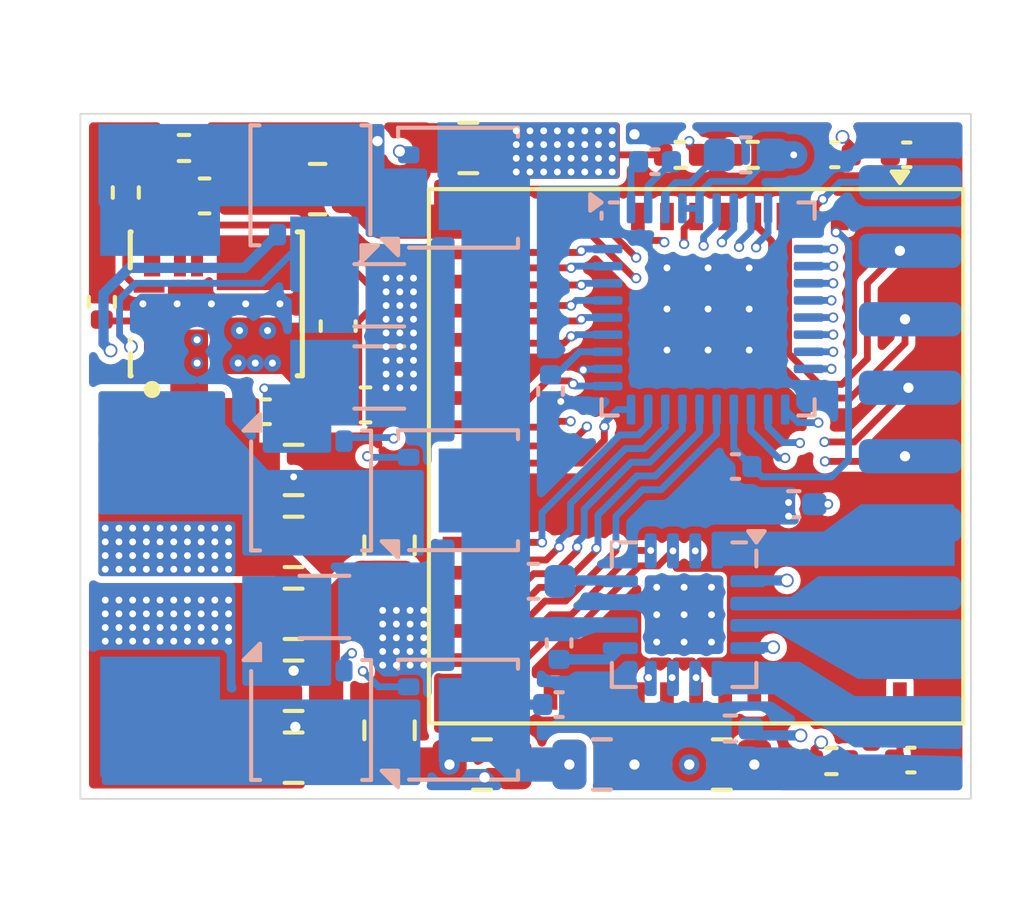
<source format=kicad_pcb>
(kicad_pcb (version 20240108) (generator "pcbnew") (generator_version "8.0")
  (layers (0 "F.Cu" signal) (1 "In1.Cu" power) (2 "In2.Cu" power) (31 "B.Cu" signal) (34 "B.Paste" user) (35 "F.Paste" user) (36 "B.SilkS" user "B.Silkscreen") (37 "F.SilkS" user "F.Silkscreen") (38 "B.Mask" user) (39 "F.Mask" user) (44 "Edge.Cuts" user))
  (net 0 "")
  (net 1 "/+3v3")
  (net 2 "GNDA")
  (net 3 "GND")
  (net 4 "/VBAT")
  (net 5 "Net-(U1-VCP)")
  (net 6 "/BOOT")
  (net 7 "Net-(J7-Pin_1)")
  (net 8 "Net-(J8-Pin_1)")
  (net 9 "Net-(J9-Pin_1)")
  (net 10 "Net-(Q1-G)")
  (net 11 "Net-(Q2-G)")
  (net 12 "Net-(Q3-G)")
  (net 13 "Net-(Q4-G)")
  (net 14 "Net-(Q5-G)")
  (net 15 "Net-(Q6-G)")
  (net 16 "/VBAT_REF")
  (net 17 "/ADC1")
  (net 18 "/INHC")
  (net 19 "/GLOBAL_EN")
  (net 20 "/INLC")
  (net 21 "/CAL")
  (net 22 "/SPI2_CS")
  (net 23 "/ADC0")
  (net 24 "/INLA")
  (net 25 "/INLB")
  (net 26 "/SPI2_DI")
  (net 27 "/SPI2_SCK")
  (net 28 "/SPI2_DO")
  (net 29 "/ADC2")
  (net 30 "/INHB")
  (net 31 "/INHA")
  (net 32 "/FAULTn1")
  (net 33 "/AIN2")
  (net 34 "/BIN1")
  (net 35 "/BIN2")
  (net 36 "/AIN1")
  (net 37 "/FAULTn")
  (net 38 "Net-(U2-EN)")
  (net 39 "Net-(U1-VINT)")
  (net 40 "Net-(U3-VCC)")
  (net 41 "Net-(U4-DVDD)")
  (net 42 "Net-(U4-VCP)")
  (net 43 "Net-(U4-CPH)")
  (net 44 "Net-(U4-CPL)")
  (net 45 "Net-(U4-SPC)")
  (net 46 "Net-(U4-SPB)")
  (net 47 "Net-(U4-SPA)")
  (net 48 "Net-(U1-AISEN)")
  (net 49 "Net-(U1-BISEN)")
  (net 50 "Net-(U3-RT)")
  (net 51 "Net-(U3-FB)")
  (net 65 "/USBP")
  (net 66 "/SERVO0")
  (net 67 "/SERVO1")
  (net 68 "/USBM")
  (net 69 "/AOUT1")
  (net 70 "/AOUT2")
  (net 71 "/BOUT2")
  (net 72 "/BOUT1")
  (footprint "Resistor_SMD:R_0402_1005Metric" (layer "F.Cu") (at 139.9 85.9)
    (property "Reference" "R1")
    (property "Value" "10k")
  )
  (footprint "Resistor_SMD:R_0402_1005Metric" (layer "F.Cu") (at 137.6 68.2)
    (property "Reference" "R5")
    (property "Value" "10k")
  )
  (footprint "footprints:wire_pad_3.5mm" (layer "F.Cu") (at 120.3 76.9)
    (property "Reference" "J1")
    (property "Value" "Conn_01x01")
  )
  (footprint "Capacitor_SMD:C_0402_1005Metric" (layer "F.Cu") (at 123.4 75.7 180)
    (property "Reference" "C5")
    (property "Value" "100nF 50v")
  )
  (footprint "Capacitor_SMD:C_0402_1005Metric" (layer "F.Cu") (at 142.22 85.87)
    (property "Reference" "C3")
    (property "Value" "1uF")
  )
  (footprint "Capacitor_SMD:C_0805_2012Metric" (layer "F.Cu") (at 127 79.6 90)
    (property "Reference" "C10")
    (property "Value" "10uF 50v")
  )
  (footprint "Capacitor_SMD:C_0805_2012Metric" (layer "F.Cu") (at 136.7 86)
    (property "Reference" "C13")
    (property "Value" "10uF 50v")
  )
  (footprint "footprints:RDN0011A-MFG" (layer "F.Cu") (at 122.03 72.55 90)
    (property "Reference" "U3")
    (property "Value" "TPSM33625RDNR")
  )
  (footprint "Capacitor_SMD:C_0805_2012Metric" (layer "F.Cu") (at 129.7 86)
    (property "Reference" "C9")
    (property "Value" "10uF 50v")
  )
  (footprint "Capacitor_SMD:C_0805_2012Metric" (layer "F.Cu") (at 124.2 77.4)
    (property "Reference" "C20")
    (property "Value" "10uF 50v")
  )
  (footprint "Capacitor_SMD:C_0805_2012Metric" (layer "F.Cu") (at 129.3 68 180)
    (property "Reference" "C6")
    (property "Value" "4.7uF 50v")
  )
  (footprint "Capacitor_SMD:C_0402_1005Metric" (layer "F.Cu") (at 140 68.2 180)
    (property "Reference" "C1")
    (property "Value" "100nF")
  )
  (footprint "Capacitor_SMD:C_0402_1005Metric" (layer "F.Cu") (at 142.1 68.2)
    (property "Reference" "C4")
    (property "Value" "100nF")
  )
  (footprint "Resistor_SMD:R_0805_2012Metric" (layer "F.Cu") (at 124.9 69.2)
    (property "Reference" "R12")
    (property "Value" "0")
  )
  (footprint "Capacitor_SMD:C_0805_2012Metric" (layer "F.Cu") (at 127 85 90)
    (property "Reference" "C12")
    (property "Value" "10uF 50v")
  )
  (footprint "Resistor_SMD:R_0402_1005Metric" (layer "F.Cu") (at 135.5 68.2)
    (property "Reference" "R4")
    (property "Value" "100k")
  )
  (footprint "Resistor_SMD:R_0402_1005Metric" (layer "F.Cu") (at 121 68 180)
    (property "Reference" "R7")
    (property "Value" "23.2k")
  )
  (footprint "Capacitor_SMD:C_0805_2012Metric" (layer "F.Cu") (at 133.2 86)
    (property "Reference" "C11")
    (property "Value" "10uF 50v")
  )
  (footprint "Capacitor_SMD:C_0805_2012Metric" (layer "F.Cu") (at 124.2 79.5)
    (property "Reference" "C18")
    (property "Value" "10uF 50v")
  )
  (footprint "Resistor_SMD:R_0402_1005Metric" (layer "F.Cu") (at 118.6 72.5 90)
    (property "Reference" "R6")
    (property "Value" "20k")
  )
  (footprint "Capacitor_SMD:C_0603_1608Metric" (layer "F.Cu") (at 125.5 73.2 90)
    (property "Reference" "C19")
    (property "Value" "22uF")
  )
  (footprint "Capacitor_SMD:C_0603_1608Metric" (layer "F.Cu") (at 121.6 69.4)
    (property "Reference" "C8")
    (property "Value" "1uF 50v")
  )
  (footprint "footprints:wire_pad_3.5mm" (layer "F.Cu") (at 120.3 84.6)
    (property "Reference" "J2")
    (property "Value" "Conn_01x01")
  )
  (footprint "Capacitor_SMD:C_0603_1608Metric" (layer "F.Cu") (at 126.3 75.5)
    (property "Reference" "C22")
    (property "Value" "22uF")
  )
  (footprint "Capacitor_SMD:C_0805_2012Metric" (layer "F.Cu") (at 124.2 85.8 180)
    (property "Reference" "C17")
    (property "Value" "10uF 50v")
  )
  (footprint "Capacitor_SMD:C_0805_2012Metric" (layer "F.Cu") (at 124.2 83.7 180)
    (property "Reference" "C15")
    (property "Value" "10uF 50v")
  )
  (footprint "RF_Module:ESP32-S2-MINI-1U" (layer "F.Cu") (at 135.95 77 -90)
    (property "Reference" "U2")
    (property "Value" "ESP32-S3-MINI-1U")
  )
  (footprint "Resistor_SMD:R_0402_1005Metric" (layer "F.Cu") (at 119.3 69.3 90)
    (property "Reference" "R8")
    (property "Value" "10k")
  )
  (footprint "Capacitor_SMD:C_0805_2012Metric" (layer "F.Cu") (at 124.2 81.6 180)
    (property "Reference" "C21")
    (property "Value" "10uF 50v")
  )
  (footprint "Capacitor_SMD:C_0402_1005Metric" (layer "B.Cu") (at 131.7 75.1 -90)
    (property "Reference" "C23")
    (property "Value" "1uF")
  )
  (footprint "footprints:wire_smd_1mm_9" (layer "B.Cu") (at 142.2 77 -90)
    (property "Reference" "J10")
    (property "Value" "Conn_01x09")
  )
  (footprint "Capacitor_SMD:C_0402_1005Metric" (layer "B.Cu") (at 131.95 84.25)
    (property "Reference" "C14")
    (property "Value" "100nF 50v")
  )
  (footprint "Resistor_SMD:R_0402_1005Metric_Pad0.72x0.64mm_HandSolder" (layer "B.Cu") (at 136.95 84.95 180)
    (property "Reference" "R3")
    (property "Value" "0.1")
  )
  (footprint "Package_SON:VSON-8_3.3x3.3mm_P0.65mm_NexFET" (layer "B.Cu") (at 129 78)
    (property "Reference" "Q3")
    (property "Value" "CSD18543Q3A")
  )
  (footprint "Package_SON:VSON-8_3.3x3.3mm_P0.65mm_NexFET" (layer "B.Cu") (at 124.7 78 -90)
    (property "Reference" "Q4")
    (property "Value" "CSD18543Q3A")
  )
  (footprint "Resistor_SMD:R_1206_3216Metric" (layer "B.Cu") (at 125.1 81.4)
    (property "Reference" "R9")
    (property "Value" "0.01")
  )
  (footprint "Capacitor_SMD:C_0603_1608Metric" (layer "B.Cu") (at 131.2 80.65 180)
    (property "Reference" "C7")
    (property "Value" "2.2uF 50v")
  )
  (footprint "footprints:wire_pad_3.5mm" (layer "B.Cu") (at 120.3 76.9 180)
    (property "Reference" "J8")
    (property "Value" "Brushless")
  )
  (footprint "footprints:wire_pad_3.5mm" (layer "B.Cu") (at 120.3 69.4 180)
    (property "Reference" "J7")
    (property "Value" "Brushless")
  )
  (footprint "Capacitor_SMD:C_0805_2012Metric" (layer "B.Cu") (at 133.2 86)
    (property "Reference" "C16")
    (property "Value" "10uF 50v")
  )
  (footprint "Resistor_SMD:R_1206_3216Metric" (layer "B.Cu") (at 126.7 72.3)
    (property "Reference" "R11")
    (property "Value" "0.01")
  )
  (footprint "footprints:wire_pad_3.5mm" (layer "B.Cu") (at 120.3 84.6 180)
    (property "Reference" "J9")
    (property "Value" "Brushless")
  )
  (footprint "Capacitor_SMD:C_0402_1005Metric" (layer "B.Cu") (at 137.1 77.3 180)
    (property "Reference" "C24")
    (property "Value" "100nF")
  )
  (footprint "Package_DFN_QFN:Texas_RTY_WQFN-16-1EP_4x4mm_P0.65mm_EP2.1x2.1mm_ThermalVias" (layer "B.Cu") (at 135.6 81.625 180)
    (property "Reference" "U1")
    (property "Value" "DRV8833RTY")
  )
  (footprint "Capacitor_SMD:C_0402_1005Metric" (layer "B.Cu") (at 134.75 68.4 180)
    (property "Reference" "C26")
    (property "Value" "22nF 50v")
  )
  (footprint "Capacitor_SMD:C_0402_1005Metric" (layer "B.Cu") (at 131.95 82.45 -90)
    (property "Reference" "C2")
    (property "Value" "10nF 50v")
  )
  (footprint "Package_SON:VSON-8_3.3x3.3mm_P0.65mm_NexFET" (layer "B.Cu") (at 124.7 84.7 -90)
    (property "Reference" "Q2")
    (property "Value" "CSD18543Q3A")
  )
  (footprint "Package_SON:VSON-8_3.3x3.3mm_P0.65mm_NexFET" (layer "B.Cu") (at 129 84.7)
    (property "Reference" "Q1")
    (property "Value" "CSD18543Q3A")
  )
  (footprint "Resistor_SMD:R_1206_3216Metric" (layer "B.Cu") (at 126.7 74.7)
    (property "Reference" "R10")
    (property "Value" "0.01")
  )
  (footprint "Package_SON:VSON-8_3.3x3.3mm_P0.65mm_NexFET" (layer "B.Cu") (at 129 69.17)
    (property "Reference" "Q5")
    (property "Value" "CSD18543Q3A")
  )
  (footprint "Package_DFN_QFN:Texas_RHA0040D_VQFN-40-1EP_6x6mm_P0.5mm_EP2.9x2.9mm_ThermalVias" (layer "B.Cu") (at 136.3 72.7 -90)
    (property "Reference" "U4")
    (property "Value" "DRV8304SRHAR")
  )
  (footprint "Package_SON:VSON-8_3.3x3.3mm_P0.65mm_NexFET" (layer "B.Cu") (at 124.7 69.09 90)
    (property "Reference" "Q6")
    (property "Value" "CSD18543Q3A")
  )
  (footprint "Capacitor_SMD:C_0603_1608Metric" (layer "B.Cu") (at 137.4 68.2 180)
    (property "Reference" "C25")
    (property "Value" "1uF 50v")
  )
  (footprint "Resistor_SMD:R_0402_1005Metric_Pad0.72x0.64mm_HandSolder" (layer "B.Cu") (at 138.8025 78.4 180)
    (property "Reference" "R2")
    (property "Value" "0.1")
  )
  (gr_rect (start 129.525 67.35) (end 133.625 68.8) (stroke (width 0.2)) (fill solid) (layer "F.Cu") (net 4))
  (gr_rect (start 120.7 73.4) (end 121.6 75.6) (stroke (width 0.2)) (fill solid) (layer "F.Cu") (net 4))
  (gr_rect (start 121.3 75.4) (end 123.1 76.9) (stroke (width 0.2)) (fill solid) (layer "F.Cu") (net 4))
  (gr_rect (start 118.6 76.7) (end 123.7 80.4) (stroke (width 0.2)) (fill solid) (layer "F.Cu") (net 4))
  (gr_poly (pts (xy 122.1 73.2) (xy 126.1 73.2) (xy 126.1 76) (xy 125.3 76) (xy 123.9 74.5) (xy 122.1 74.5)) (stroke (width 0.2)) (fill solid) (layer "F.Cu") (net 1))
  (gr_rect (start 122.8 80.6) (end 125.2 83.6) (stroke (width 0.2)) (fill solid) (layer "B.Cu") (net 45))
  (gr_rect (start 124.45 71.85) (end 126 73.3) (stroke (width 0.2)) (fill solid) (layer "B.Cu") (net 47))
  (gr_rect (start 128.5 67.35) (end 133.6 68.8) (stroke (width 0.2)) (fill solid) (layer "B.Cu") (net 4))
  (gr_rect (start 122.8 77.5) (end 127.9 79.8) (stroke (width 0.2)) (fill solid) (layer "B.Cu") (net 8))
  (gr_rect (start 123.4 75) (end 125.2 76.8) (stroke (width 0.2)) (fill solid) (layer "B.Cu") (net 46))
  (gr_poly (pts (xy 126 77.5) (xy 123.4 77.5) (xy 122.1 76.1) (xy 118.6 76.1) (xy 118.6 78.6) (xy 126 78.6)) (stroke (width 0.2)) (fill solid) (layer "B.Cu") (net 8))
  (gr_rect (start 118.6 79) (end 122.4 80.4) (stroke (width 0.2)) (fill solid) (layer "B.Cu") (net 4))
  (gr_rect (start 118.6 67.4) (end 126.75 69.6) (stroke (width 0.2)) (fill solid) (layer "B.Cu") (net 7))
  (gr_rect (start 118.7 84.2) (end 127.8 86.5) (stroke (width 0.2)) (fill solid) (layer "B.Cu") (net 9))
  (gr_poly (pts (xy 134.15 82.05) (xy 133 82.05) (xy 132.25 82.3) (xy 130.45 82.3) (xy 130.45 81.8) (xy 134.15 81.8)) (stroke (width 0.2)) (fill solid) (layer "B.Cu") (net 4))
  (gr_poly (pts (xy 136.5 83.1) (xy 138.95 83.1) (xy 140.55 84.1) (xy 143.6 84.1) (xy 143.6 85.45) (xy 141.35 85.4) (xy 140.6 85.4) (xy 138.25 83.85) (xy 136.5 83.85)) (stroke (width 0.2)) (fill solid) (layer "B.Cu") (net 72))
  (gr_poly (pts (xy 137.05 81.2) (xy 137.05 81.4) (xy 142 81.4) (xy 142 80.6) (xy 139.55 80.6) (xy 138.75 81.2)) (stroke (width 0.2)) (fill solid) (layer "B.Cu") (net 70))
  (gr_rect (start 124.2 70.1) (end 126 72.1) (stroke (width 0.2)) (fill solid) (layer "B.Cu") (net 47))
  (gr_poly (pts (xy 137.05 81.85) (xy 137.05 82) (xy 138.25 82) (xy 140.7 83.4) (xy 143.6 83.4) (xy 143.6 81.85)) (stroke (width 0.2)) (fill solid) (layer "B.Cu") (net 71))
  (gr_rect (start 129.2 68) (end 131 85.8) (stroke (width 0.2)) (fill solid) (layer "B.Cu") (net 4))
  (gr_rect (start 126.4 68.7) (end 128 70.5) (stroke (width 0.2)) (fill solid) (layer "B.Cu") (net 7))
  (gr_poly (pts (xy 136.5 79.3) (xy 136.5 80.1) (xy 143.4 80.1) (xy 143.4 78.5) (xy 140.8 78.5) (xy 139.7 79.3)) (stroke (width 0.2)) (fill solid) (layer "B.Cu") (net 69))
  (gr_poly (pts (xy 122.1 76.4) (xy 122.1 75.2) (xy 118.6 75.2) (xy 118.6 76.4)) (stroke (width 0.2)) (fill solid) (layer "B.Cu") (net 8))
  (gr_rect (start 126.6 71.2) (end 128.8 75.6) (stroke (width 0.2)) (fill solid) (layer "B.Cu") (net 3))
  (gr_rect (start 124.2 73.7) (end 126 76) (stroke (width 0.2)) (fill solid) (layer "B.Cu") (net 46))
  (gr_rect (start 117.975 67) (end 143.975 87) (stroke (width 0.05)) (fill none) (layer "Edge.Cuts"))
  (segment (start 139.60148 85.351479) (end 139.60148 85.35148) (width 0.2) (layer "F.Cu") (net 1))
  (segment (start 125.525 74) (end 125.5 73.975) (width 1) (layer "F.Cu") (net 1))
  (segment (start 121.575 69.825001) (end 122 70.250001) (width 0.2) (layer "F.Cu") (net 1))
  (segment (start 140.034171 70.457134) (end 140.034171 70.165829) (width 0.3) (layer "F.Cu") (net 1))
  (segment (start 123.255001 73.975) (end 123.030001 73.75) (width 1) (layer "F.Cu") (net 1))
  (segment (start 139.39 85.562959) (end 139.39 85.9) (width 0.2) (layer "F.Cu") (net 1))
  (segment (start 125.525 75.5) (end 125.525 74) (width 1) (layer "F.Cu") (net 1))
  (segment (start 140.225 67.675) (end 140.75 68.2) (width 0.2) (layer "F.Cu") (net 1))
  (segment (start 140.225 67.675) (end 140.48 67.93) (width 0.2) (layer "F.Cu") (net 1))
  (segment (start 124.250001 70.250001) (end 124.7 70.7) (width 0.2) (layer "F.Cu") (net 1))
  (segment (start 125.8 71.4) (end 126.4 72) (width 0.2) (layer "F.Cu") (net 1))
  (segment (start 139.644267 85.308692) (end 139.60148 85.351479) (width 0.2) (layer "F.Cu") (net 1))
  (segment (start 140.48 67.93) (end 140.48 68.2) (width 0.2) (layer "F.Cu") (net 1))
  (segment (start 140.034171 70.165829) (end 140.2 70) (width 0.3) (layer "F.Cu") (net 1))
  (segment (start 125.390256 71.4) (end 125.8 71.4) (width 0.2) (layer "F.Cu") (net 1))
  (segment (start 124.7 70.7) (end 124.7 70.709744) (width 0.2) (layer "F.Cu") (net 1))
  (segment (start 122 70.250001) (end 124.250001 70.250001) (width 0.2) (layer "F.Cu") (net 1))
  (segment (start 139.601479 85.35148) (end 139.39 85.562959) (width 0.2) (layer "F.Cu") (net 1))
  (segment (start 140.75 68.2) (end 141.62 68.2) (width 0.2) (layer "F.Cu") (net 1))
  (segment (start 126.4 72.748696) (end 124.868697 74.279999) (width 0.2) (layer "F.Cu") (net 1))
  (segment (start 121.51 68) (end 121.575 68.065) (width 0.2) (layer "F.Cu") (net 1))
  (segment (start 139.60148 85.35148) (end 139.601479 85.35148) (width 0.2) (layer "F.Cu") (net 1))
  (segment (start 121.575 68.065) (end 121.575 69.825001) (width 0.2) (layer "F.Cu") (net 1))
  (segment (start 124.868697 74.279999) (end 123.579999 74.279999) (width 0.2) (layer "F.Cu") (net 1))
  (segment (start 124.7 70.709744) (end 125.390256 71.4) (width 0.2) (layer "F.Cu") (net 1))
  (segment (start 126.4 72) (end 126.4 72.748696) (width 0.2) (layer "F.Cu") (net 1))
  (via (at 139.60148 85.35148) (size 0.4) (drill 0.3) (layers "F.Cu" "B.Cu") (net 1))
  (via (at 140.034171 70.457134) (size 0.3) (drill 0.2) (layers "F.Cu" "B.Cu") (net 1))
  (via (at 140.225 67.675) (size 0.4) (drill 0.3) (layers "F.Cu" "B.Cu") (net 1))
  (segment (start 140.4 77.105638) (end 139.905638 77.6) (width 0.2) (layer "B.Cu") (net 1))
  (segment (start 140.034171 70.457134) (end 140.077037 70.5) (width 0.2) (layer "B.Cu") (net 1))
  (segment (start 137.05 76.77) (end 137.05 75.6375) (width 0.2) (layer "B.Cu") (net 1))
  (segment (start 137.88 77.6) (end 137.58 77.3) (width 0.2) (layer "B.Cu") (net 1))
  (segment (start 140.4 70.763603) (end 140.4 77.105638) (width 0.2) (layer "B.Cu") (net 1))
  (segment (start 139.905638 77.6) (end 137.88 77.6) (width 0.2) (layer "B.Cu") (net 1))
  (segment (start 137.58 77.3) (end 137.05 76.77) (width 0.2) (layer "B.Cu") (net 1))
  (segment (start 140.077037 70.5) (end 140.136397 70.5) (width 0.2) (layer "B.Cu") (net 1))
  (segment (start 140.136397 70.5) (end 140.4 70.763603) (width 0.2) (layer "B.Cu") (net 1))
  (segment (start 126.7625 70.15) (end 128.8 70.15) (width 1) (layer "F.Cu") (net 2))
  (segment (start 125.8125 69.2) (end 126.7625 70.15) (width 1) (layer "F.Cu") (net 2))
  (segment (start 141.05 84) (end 138.5 84) (width 0.2) (layer "F.Cu") (net 2))
  (segment (start 142.7 84.25) (end 142.95 84) (width 0.2) (layer "F.Cu") (net 2))
  (segment (start 128.8 70.15) (end 128.95 70) (width 1) (layer "F.Cu") (net 2))
  (segment (start 142.7 85.87) (end 142.7 84.25) (width 0.2) (layer "F.Cu") (net 2))
  (via (at 132.655699 74.480698) (size 0.3) (drill 0.2) (layers "F.Cu" "B.Cu") (net 2))
  (segment (start 132.686397 74.45) (end 133.3625 74.45) (width 0.2) (layer "B.Cu") (net 2))
  (segment (start 132.655699 74.480698) (end 132.686397 74.45) (width 0.2) (layer "B.Cu") (net 2))
  (segment (start 125.15 77) (end 123.9 75.75) (width 1) (layer "F.Cu") (net 3))
  (segment (start 125.15 79.5) (end 125.15 77.4) (width 1) (layer "F.Cu") (net 3))
  (segment (start 125.15 77.4) (end 125.15 77) (width 1) (layer "F.Cu") (net 3))
  (segment (start 129.9 86.25) (end 130.4 86.25) (width 0.3) (layer "F.Cu") (net 3))
  (segment (start 129.775 86.375) (end 129.9 86.25) (width 0.3) (layer "F.Cu") (net 3))
  (segment (start 130.4 86.25) (end 130.65 86) (width 0.3) (layer "F.Cu") (net 3))
  (segment (start 123.9 75.75) (end 123.9 75.7) (width 1) (layer "F.Cu") (net 3))
  (via (at 127.6 82.3) (size 0.3) (drill 0.2) (layers "F.Cu" "B.Cu") (net 3))
  (via (at 127.3 74.2) (size 0.3) (drill 0.2) (layers "F.Cu" "B.Cu") (net 3))
  (via (at 128 81.9) (size 0.3) (drill 0.2) (layers "F.Cu" "B.Cu") (net 3))
  (via (at 119.9 81.2) (size 0.3) (drill 0.2) (layers "F.Cu" "B.Cu") (net 3))
  (via (at 126.9 73) (size 0.3) (drill 0.2) (layers "F.Cu" "B.Cu") (net 3))
  (via (at 121.9 81.2) (size 0.3) (drill 0.2) (layers "F.Cu" "B.Cu") (net 3))
  (via (at 126.8 82.3) (size 0.3) (drill 0.2) (layers "F.Cu" "B.Cu") (net 3))
  (via (at 120.7 81.6) (size 0.3) (drill 0.2) (layers "F.Cu" "B.Cu") (net 3))
  (via (at 126.8 83.1) (size 0.3) (drill 0.2) (layers "F.Cu" "B.Cu") (net 3))
  (via (at 138.65 78.35) (size 0.3) (drill 0.2) (layers "F.Cu" "B.Cu") (net 3))
  (via (at 119.5 82) (size 0.3) (drill 0.2) (layers "F.Cu" "B.Cu") (net 3))
  (via (at 121.9 82.4) (size 0.3) (drill 0.2) (layers "F.Cu" "B.Cu") (net 3))
  (via (at 119.1 82.4) (size 0.3) (drill 0.2) (layers "F.Cu" "B.Cu") (net 3))
  (via (at 118.7 82) (size 0.3) (drill 0.2) (layers "F.Cu" "B.Cu") (net 3))
  (via (at 132 75.4) (size 0.3) (drill 0.2) (layers "F.Cu" "B.Cu") (net 3))
  (via (at 127.6 81.5) (size 0.3) (drill 0.2) (layers "F.Cu" "B.Cu") (net 3))
  (via (at 127.2 82.7) (size 0.3) (drill 0.2) (layers "F.Cu" "B.Cu") (net 3))
  (via (at 127.3 72.2) (size 0.3) (drill 0.2) (layers "F.Cu" "B.Cu") (net 3))
  (via (at 121.5 82.4) (size 0.3) (drill 0.2) (layers "F.Cu" "B.Cu") (net 3))
  (via (at 122.3 81.6) (size 0.3) (drill 0.2) (layers "F.Cu" "B.Cu") (net 3))
  (via (at 119.9 82.4) (size 0.3) (drill 0.2) (layers "F.Cu" "B.Cu") (net 3))
  (via (at 121.1 81.6) (size 0.3) (drill 0.2) (layers "F.Cu" "B.Cu") (net 3))
  (via (at 119.5 81.2) (size 0.3) (drill 0.2) (layers "F.Cu" "B.Cu") (net 3))
  (via (at 138.65 78.75) (size 0.3) (drill 0.2) (layers "F.Cu" "B.Cu") (net 3))
  (via (at 120.7 81.2) (size 0.3) (drill 0.2) (layers "F.Cu" "B.Cu") (net 3))
  (via (at 126.9 71.8) (size 0.3) (drill 0.2) (layers "F.Cu" "B.Cu") (net 3))
  (via (at 127.7 72.2) (size 0.3) (drill 0.2) (layers "F.Cu" "B.Cu") (net 3))
  (via (at 127.3 75) (size 0.3) (drill 0.2) (layers "F.Cu" "B.Cu") (net 3))
  (via (at 122.3 82.4) (size 0.3) (drill 0.2) (layers "F.Cu" "B.Cu") (net 3))
  (via (at 126.8 81.9) (size 0.3) (drill 0.2) (layers "F.Cu" "B.Cu") (net 3))
  (via (at 126.9 72.6) (size 0.3) (drill 0.2) (layers "F.Cu" "B.Cu") (net 3))
  (via (at 118.7 82.4) (size 0.3) (drill 0.2) (layers "F.Cu" "B.Cu") (net 3))
  (via (at 127.7 71.8) (size 0.3) (drill 0.2) (layers "F.Cu" "B.Cu") (net 3))
  (via (at 127.6 81.9) (size 0.3) (drill 0.2) (layers "F.Cu" "B.Cu") (net 3))
  (via (at 120.3 81.2) (size 0.3) (drill 0.2) (layers "F.Cu" "B.Cu") (net 3))
  (via (at 120.3 82) (size 0.3) (drill 0.2) (layers "F.Cu" "B.Cu") (net 3))
  (via (at 119.9 82) (size 0.3) (drill 0.2) (layers "F.Cu" "B.Cu") (net 3))
  (via (at 127.7 73) (size 0.3) (drill 0.2) (layers "F.Cu" "B.Cu") (net 3))
  (via (at 126.9 73.4) (size 0.3) (drill 0.2) (layers "F.Cu" "B.Cu") (net 3))
  (via (at 127.2 83.1) (size 0.3) (drill 0.2) (layers "F.Cu" "B.Cu") (net 3))
  (via (at 118.7 81.6) (size 0.3) (drill 0.2) (layers "F.Cu" "B.Cu") (net 3))
  (via (at 121.1 82.4) (size 0.3) (drill 0.2) (layers "F.Cu" "B.Cu") (net 3))
  (via (at 118.7 81.2) (size 0.3) (drill 0.2) (layers "F.Cu" "B.Cu") (net 3))
  (via (at 120.7 82.4) (size 0.3) (drill 0.2) (layers "F.Cu" "B.Cu") (net 3))
  (via (at 127.7 74.6) (size 0.3) (drill 0.2) (layers "F.Cu" "B.Cu") (net 3))
  (via (at 127.7 73.8) (size 0.3) (drill 0.2) (layers "F.Cu" "B.Cu") (net 3))
  (via (at 120.3 81.6) (size 0.3) (drill 0.2) (layers "F.Cu" "B.Cu") (net 3))
  (via (at 127.3 73.4) (size 0.3) (drill 0.2) (layers "F.Cu" "B.Cu") (net 3))
  (via (at 127.7 75) (size 0.3) (drill 0.2) (layers "F.Cu" "B.Cu") (net 3))
  (via (at 120.7 82) (size 0.3) (drill 0.2) (layers "F.Cu" "B.Cu") (net 3))
  (via (at 121.5 81.2) (size 0.3) (drill 0.2) (layers "F.Cu" "B.Cu") (net 3))
  (via (at 128 81.5) (size 0.3) (drill 0.2) (layers "F.Cu" "B.Cu") (net 3))
  (via (at 122.3 82) (size 0.3) (drill 0.2) (layers "F.Cu" "B.Cu") (net 3))
  (via (at 126.9 73.8) (size 0.3) (drill 0.2) (layers "F.Cu" "B.Cu") (net 3))
  (via (at 126.8 82.7) (size 0.3) (drill 0.2) (layers "F.Cu" "B.Cu") (net 3))
  (via (at 121.5 82) (size 0.3) (drill 0.2) (layers "F.Cu" "B.Cu") (net 3))
  (via (at 126.9 74.2) (size 0.3) (drill 0.2) (layers "F.Cu" "B.Cu") (net 3))
  (via (at 121.9 82) (size 0.3) (drill 0.2) (layers "F.Cu" "B.Cu") (net 3))
  (via (at 127.3 73.8) (size 0.3) (drill 0.2) (layers "F.Cu" "B.Cu") (net 3))
  (via (at 126.9 75) (size 0.3) (drill 0.2) (layers "F.Cu" "B.Cu") (net 3))
  (via (at 129.775 86.375) (size 0.4) (drill 0.3) (layers "F.Cu" "B.Cu") (net 3))
  (via (at 119.1 81.2) (size 0.3) (drill 0.2) (layers "F.Cu" "B.Cu") (net 3))
  (via (at 126.9 74.6) (size 0.3) (drill 0.2) (layers "F.Cu" "B.Cu") (net 3))
  (via (at 126.9 72.2) (size 0.3) (drill 0.2) (layers "F.Cu" "B.Cu") (net 3))
  (via (at 127.2 81.9) (size 0.3) (drill 0.2) (layers "F.Cu" "B.Cu") (net 3))
  (via (at 121.9 81.6) (size 0.3) (drill 0.2) (layers "F.Cu" "B.Cu") (net 3))
  (via (at 122.3 81.2) (size 0.3) (drill 0.2) (layers "F.Cu" "B.Cu") (net 3))
  (via (at 119.5 82.4) (size 0.3) (drill 0.2) (layers "F.Cu" "B.Cu") (net 3))
  (via (at 120.3 82.4) (size 0.3) (drill 0.2) (layers "F.Cu" "B.Cu") (net 3))
  (via (at 127.6 82.7) (size 0.3) (drill 0.2) (layers "F.Cu" "B.Cu") (net 3))
  (via (at 127.7 74.2) (size 0.3) (drill 0.2) (layers "F.Cu" "B.Cu") (net 3))
  (via (at 127.3 72.6) (size 0.3) (drill 0.2) (layers "F.Cu" "B.Cu") (net 3))
  (via (at 127.3 73) (size 0.3) (drill 0.2) (layers "F.Cu" "B.Cu") (net 3))
  (via (at 119.1 82) (size 0.3) (drill 0.2) (layers "F.Cu" "B.Cu") (net 3))
  (via (at 121.1 81.2) (size 0.3) (drill 0.2) (layers "F.Cu" "B.Cu") (net 3))
  (via (at 134.15 67.6) (size 0.4) (drill 0.3) (layers "F.Cu" "B.Cu") (net 3))
  (via (at 119.9 81.6) (size 0.3) (drill 0.2) (layers "F.Cu" "B.Cu") (net 3))
  (via (at 121.1 82) (size 0.3) (drill 0.2) (layers "F.Cu" "B.Cu") (net 3))
  (via (at 126.8 81.5) (size 0.3) (drill 0.2) (layers "F.Cu" "B.Cu") (net 3))
  (via (at 127.7 72.6) (size 0.3) (drill 0.2) (layers "F.Cu" "B.Cu") (net 3))
  (via (at 137.65 86) (size 0.6) (drill 0.3) (layers "F.Cu" "B.Cu") (net 3))
  (via (at 119.5 81.6) (size 0.3) (drill 0.2) (layers "F.Cu" "B.Cu") (net 3))
  (via (at 121.5 81.6) (size 0.3) (drill 0.2) (layers "F.Cu" "B.Cu") (net 3))
  (via (at 127.3 74.6) (size 0.3) (drill 0.2) (layers "F.Cu" "B.Cu") (net 3))
  (via (at 128 83.1) (size 0.3) (drill 0.2) (layers "F.Cu" "B.Cu") (net 3))
  (via (at 127.2 81.5) (size 0.3) (drill 0.2) (layers "F.Cu" "B.Cu") (net 3))
  (via (at 127.3 71.8) (size 0.3) (drill 0.2) (layers "F.Cu" "B.Cu") (net 3))
  (via (at 127.2 82.3) (size 0.3) (drill 0.2) (layers "F.Cu" "B.Cu") (net 3))
  (via (at 134.15 86) (size 0.6) (drill 0.3) (layers "F.Cu" "B.Cu") (net 3))
  (via (at 127.7 73.4) (size 0.3) (drill 0.2) (layers "F.Cu" "B.Cu") (net 3))
  (via (at 127.6 83.1) (size 0.3) (drill 0.2) (layers "F.Cu" "B.Cu") (net 3))
  (via (at 119.1 81.6) (size 0.3) (drill 0.2) (layers "F.Cu" "B.Cu") (net 3))
  (via (at 128 82.7) (size 0.3) (drill 0.2) (layers "F.Cu" "B.Cu") (net 3))
  (via (at 128 82.3) (size 0.3) (drill 0.2) (layers "F.Cu" "B.Cu") (net 3))
  (segment (start 138.205 78.4) (end 137.410001 78.4) (width 0.3) (layer "B.Cu") (net 3))
  (segment (start 133.4375 70.525) (end 133.3625 70.45) (width 0.2) (layer "B.Cu") (net 3))
  (segment (start 134.161397 70.525) (end 133.4375 70.525) (width 0.2) (layer "B.Cu") (net 3))
  (segment (start 136.62 77.609999) (end 136.62 77.3) (width 0.3) (layer "B.Cu") (net 3))
  (segment (start 137.410001 78.4) (end 136.62 77.609999) (width 0.3) (layer "B.Cu") (net 3))
  (segment (start 135.1 71.463603) (end 134.161397 70.525) (width 0.2) (layer "B.Cu") (net 3))
  (segment (start 133.575 81.275) (end 135.1125 81.275) (width 0.2) (layer "B.Cu") (net 3))
  (segment (start 135.1125 81.275) (end 135.4375 81.6) (width 0.2) (layer "B.Cu") (net 3))
  (segment (start 136.3525 84.95) (end 135.2 84.95) (width 1) (layer "B.Cu") (net 3))
  (segment (start 135.2 84.95) (end 134.15 86) (width 1) (layer "B.Cu") (net 3))
  (segment (start 135.1 71.5) (end 135.1 71.463603) (width 0.2) (layer "B.Cu") (net 3))
  (segment (start 125.15 85.8) (end 126.85 85.8) (width 0.8) (layer "F.Cu") (net 4))
  (segment (start 134.99 68.2) (end 133.5 68.2) (width 0.2) (layer "F.Cu") (net 4))
  (segment (start 125.15 81.43401) (end 123.25 79.53401) (width 0.8) (layer "F.Cu") (net 4))
  (segment (start 127 80.55) (end 126.2 80.55) (width 1) (layer "F.Cu") (net 4))
  (segment (start 133.5 68.2) (end 133.4 68.1) (width 0.2) (layer "F.Cu") (net 4))
  (segment (start 126.2 80.55) (end 125.15 81.6) (width 1) (layer "F.Cu") (net 4))
  (segment (start 126.85 85.8) (end 127 85.95) (width 0.8) (layer "F.Cu") (net 4))
  (segment (start 125.15 81.6) (end 125.15 85.8) (width 0.8) (layer "F.Cu") (net 4))
  (segment (start 123.25 79.53401) (end 123.25 79.5) (width 0.8) (layer "F.Cu") (net 4))
  (segment (start 125.15 81.6) (end 125.15 81.43401) (width 0.8) (layer "F.Cu") (net 4))
  (segment (start 128.75 86) (end 127.05 86) (width 1) (layer "F.Cu") (net 4))
  (segment (start 127.05 86) (end 127 85.95) (width 1) (layer "F.Cu") (net 4))
  (via (at 131.5 68.7) (size 0.3) (drill 0.2) (layers "F.Cu" "B.Cu") (net 4))
  (via (at 121.5 80.3) (size 0.3) (drill 0.2) (layers "F.Cu" "B.Cu") (net 4))
  (via (at 120.7 79.9) (size 0.3) (drill 0.2) (layers "F.Cu" "B.Cu") (net 4))
  (via (at 122.3 79.5) (size 0.3) (drill 0.2) (layers "F.Cu" "B.Cu") (net 4))
  (via (at 118.7 79.9) (size 0.3) (drill 0.2) (layers "F.Cu" "B.Cu") (net 4))
  (via (at 131.1 68.7) (size 0.3) (drill 0.2) (layers "F.Cu" "B.Cu") (net 4))
  (via (at 120.3 79.9) (size 0.3) (drill 0.2) (layers "F.Cu" "B.Cu") (net 4))
  (via (at 132.3 68.3) (size 0.3) (drill 0.2) (layers "F.Cu" "B.Cu") (net 4))
  (via (at 131.1 68.3) (size 0.3) (drill 0.2) (layers "F.Cu" "B.Cu") (net 4))
  (via (at 130.7 68.7) (size 0.3) (drill 0.2) (layers "F.Cu" "B.Cu") (net 4))
  (via (at 118.7 79.5) (size 0.3) (drill 0.2) (layers "F.Cu" "B.Cu") (net 4))
  (via (at 133.1 67.5) (size 0.3) (drill 0.2) (layers "F.Cu" "B.Cu") (net 4))
  (via (at 119.5 80.3) (size 0.3) (drill 0.2) (layers "F.Cu" "B.Cu") (net 4))
  (via (at 131.5 67.9) (size 0.3) (drill 0.2) (layers "F.Cu" "B.Cu") (net 4))
  (via (at 121.5 79.5) (size 0.3) (drill 0.2) (layers "F.Cu" "B.Cu") (net 4))
  (via (at 131.1 67.5) (size 0.3) (drill 0.2) (layers "F.Cu" "B.Cu") (net 4))
  (via (at 121.1 79.1) (size 0.3) (drill 0.2) (layers "F.Cu" "B.Cu") (net 4))
  (via (at 130.7 67.5) (size 0.3) (drill 0.2) (layers "F.Cu" "B.Cu") (net 4))
  (via (at 132.7 67.5) (size 0.3) (drill 0.2) (layers "F.Cu" "B.Cu") (net 4))
  (via (at 120.3 79.5) (size 0.3) (drill 0.2) (layers "F.Cu" "B.Cu") (net 4))
  (via (at 132.7 67.9) (size 0.3) (drill 0.2) (layers "F.Cu" "B.Cu") (net 4))
  (via (at 121.5 79.9) (size 0.3) (drill 0.2) (layers "F.Cu" "B.Cu") (net 4))
  (via (at 132.7 68.7) (size 0.3) (drill 0.2) (layers "F.Cu" "B.Cu") (net 4))
  (via (at 118.7 79.1) (size 0.3) (drill 0.2) (layers "F.Cu" "B.Cu") (net 4))
  (via (at 131.1 67.9) (size 0.3) (drill 0.2) (layers "F.Cu" "B.Cu") (net 4))
  (via (at 132.3 67.9) (size 0.3) (drill 0.2) (layers "F.Cu" "B.Cu") (net 4))
  (via (at 131.9 68.7) (size 0.3) (drill 0.2) (layers "F.Cu" "B.Cu") (net 4))
  (via (at 130.7 68.3) (size 0.3) (drill 0.2) (layers "F.Cu" "B.Cu") (net 4))
  (via (at 131.5 68.3) (size 0.3) (drill 0.2) (layers "F.Cu" "B.Cu") (net 4))
  (via (at 133.1 67.9) (size 0.3) (drill 0.2) (layers "F.Cu" "B.Cu") (net 4))
  (via (at 130.7 67.9) (size 0.3) (drill 0.2) (layers "F.Cu" "B.Cu") (net 4))
  (via (at 119.9 79.5) (size 0.3) (drill 0.2) (layers "F.Cu" "B.Cu") (net 4))
  (via (at 121.9 79.1) (size 0.3) (drill 0.2) (layers "F.Cu" "B.Cu") (net 4))
  (via (at 121.9 79.5) (size 0.3) (drill 0.2) (layers "F.Cu" "B.Cu") (net 4))
  (via (at 119.5 79.5) (size 0.3) (drill 0.2) (layers "F.Cu" "B.Cu") (net 4))
  (via (at 119.9 80.3) (size 0.3) (drill 0.2) (layers "F.Cu" "B.Cu") (net 4))
  (via (at 121.9 80.3) (size 0.3) (drill 0.2) (layers "F.Cu" "B.Cu") (net 4))
  (via (at 131.9 68.3) (size 0.3) (drill 0.2) (layers "F.Cu" "B.Cu") (net 4))
  (via (at 119.5 79.1) (size 0.3) (drill 0.2) (layers "F.Cu" "B.Cu") (net 4))
  (via (at 121.1 79.5) (size 0.3) (drill 0.2) (layers "F.Cu" "B.Cu") (net 4))
  (via (at 131.9 67.5) (size 0.3) (drill 0.2) (layers "F.Cu" "B.Cu") (net 4))
  (via (at 122.3 79.1) (size 0.3) (drill 0.2) (layers "F.Cu" "B.Cu") (net 4))
  (via (at 132.25 86) (size 0.6) (drill 0.3) (layers "F.Cu" "B.Cu") (net 4))
  (via (at 131.5 67.5) (size 0.3) (drill 0.2) (layers "F.Cu" "B.Cu") (net 4))
  (via (at 133.5 67.5) (size 0.3) (drill 0.2) (layers "F.Cu" "B.Cu") (net 4))
  (via (at 120.7 80.3) (size 0.3) (drill 0.2) (layers "F.Cu" "B.Cu") (net 4))
  (via (at 131.9 67.9) (size 0.3) (drill 0.2) (layers "F.Cu" "B.Cu") (net 4))
  (via (at 121.9 79.9) (size 0.3) (drill 0.2) (layers "F.Cu" "B.Cu") (net 4))
  (via (at 133.5 67.9) (size 0.3) (drill 0.2) (layers "F.Cu" "B.Cu") (net 4))
  (via (at 121.1 79.9) (size 0.3) (drill 0.2) (layers "F.Cu" "B.Cu") (net 4))
  (via (at 119.5 79.9) (size 0.3) (drill 0.2) (layers "F.Cu" "B.Cu") (net 4))
  (via (at 121.1 80.3) (size 0.3) (drill 0.2) (layers "F.Cu" "B.Cu") (net 4))
  (via (at 119.1 79.9) (size 0.3) (drill 0.2) (layers "F.Cu" "B.Cu") (net 4))
  (via (at 120.3 79.1) (size 0.3) (drill 0.2) (layers "F.Cu" "B.Cu") (net 4))
  (via (at 120.3 80.3) (size 0.3) (drill 0.2) (layers "F.Cu" "B.Cu") (net 4))
  (via (at 119.1 80.3) (size 0.3) (drill 0.2) (layers "F.Cu" "B.Cu") (net 4))
  (via (at 120.7 79.1) (size 0.3) (drill 0.2) (layers "F.Cu" "B.Cu") (net 4))
  (via (at 119.1 79.5) (size 0.3) (drill 0.2) (layers "F.Cu" "B.Cu") (net 4))
  (via (at 135.75 86) (size 0.6) (drill 0.3) (layers "F.Cu" "B.Cu") (net 4))
  (via (at 132.3 67.5) (size 0.3) (drill 0.2) (layers "F.Cu" "B.Cu") (net 4))
  (via (at 119.9 79.9) (size 0.3) (drill 0.2) (layers "F.Cu" "B.Cu") (net 4))
  (via (at 138.8 68.2) (size 0.3) (drill 0.2) (layers "F.Cu" "B.Cu") (net 4))
  (via (at 122.3 80.3) (size 0.3) (drill 0.2) (layers "F.Cu" "B.Cu") (net 4))
  (via (at 132.7 68.3) (size 0.3) (drill 0.2) (layers "F.Cu" "B.Cu") (net 4))
  (via (at 120.7 79.5) (size 0.3) (drill 0.2) (layers "F.Cu" "B.Cu") (net 4))
  (via (at 132.3 68.7) (size 0.3) (drill 0.2) (layers "F.Cu" "B.Cu") (net 4))
  (via (at 133.5 68.3) (size 0.3) (drill 0.2) (layers "F.Cu" "B.Cu") (net 4))
  (via (at 118.7 80.3) (size 0.3) (drill 0.2) (layers "F.Cu" "B.Cu") (net 4))
  (via (at 133.1 68.7) (size 0.3) (drill 0.2) (layers "F.Cu" "B.Cu") (net 4))
  (via (at 119.9 79.1) (size 0.3) (drill 0.2) (layers "F.Cu" "B.Cu") (net 4))
  (via (at 122.3 79.9) (size 0.3) (drill 0.2) (layers "F.Cu" "B.Cu") (net 4))
  (via (at 128.75 86) (size 0.6) (drill 0.3) (layers "F.Cu" "B.Cu") (net 4))
  (via (at 133.5 68.7) (size 0.3) (drill 0.2) (layers "F.Cu" "B.Cu") (net 4))
  (via (at 119.1 79.1) (size 0.3) (drill 0.2) (layers "F.Cu" "B.Cu") (net 4))
  (via (at 133.1 68.3) (size 0.3) (drill 0.2) (layers "F.Cu" "B.Cu") (net 4))
  (via (at 121.5 79.1) (size 0.3) (drill 0.2) (layers "F.Cu" "B.Cu") (net 4))
  (segment (start 136.05 69.7625) (end 135.55 69.7625) (width 0.2) (layer "B.Cu") (net 4))
  (segment (start 136.385614 68.975) (end 136.05 69.310614) (width 0.2) (layer "B.Cu") (net 4))
  (segment (start 129.385 84.7) (end 130.685 86) (width 1) (layer "B.Cu") (net 4))
  (segment (start 137.4 68.975) (end 136.385614 68.975) (width 0.2) (layer "B.Cu") (net 4))
  (segment (start 129.835 84.25) (end 129.385 84.7) (width 0.3) (layer "B.Cu") (net 4))
  (segment (start 136.05 69.310614) (end 136.05 69.7625) (width 0.2) (layer "B.Cu") (net 4))
  (segment (start 138.175 68.2) (end 138.8 68.2) (width 0.8) (layer "B.Cu") (net 4))
  (segment (start 138.175 68.2) (end 137.4 68.975) (width 0.2) (layer "B.Cu") (net 4))
  (segment (start 131.47 84.25) (end 129.835 84.25) (width 0.3) (layer "B.Cu") (net 4))
  (segment (start 130.685 86) (end 132.25 86) (width 1) (layer "B.Cu") (net 4))
  (segment (start 133.4075 82.93) (end 133.7375 82.6) (width 0.3) (layer "B.Cu") (net 5))
  (segment (start 131.95 82.93) (end 133.4075 82.93) (width 0.3) (layer "B.Cu") (net 5))
  (segment (start 139.35 69.8) (end 139.35 70) (width 0.2) (layer "F.Cu") (net 6))
  (segment (start 139.65 69.5) (end 139.35 69.8) (width 0.2) (layer "F.Cu") (net 6))
  (via (at 139.65 69.5) (size 0.3) (drill 0.2) (layers "F.Cu" "B.Cu") (net 6))
  (segment (start 140.15 69) (end 142.2 69) (width 0.2) (layer "B.Cu") (net 6))
  (segment (start 139.65 69.5) (end 140.15 69) (width 0.2) (layer "B.Cu") (net 6))
  (via (at 126.65 67.8) (size 0.4) (drill 0.3) (layers "F.Cu" "B.Cu") (net 7))
  (via (at 136.702335 70.749999) (size 0.3) (drill 0.2) (layers "F.Cu" "B.Cu") (net 7))
  (segment (start 127.56 69.152749) (end 127.56 70.14) (width 0.2) (layer "B.Cu") (net 7))
  (segment (start 136.702335 70.698449) (end 137.05 70.350784) (width 0.2) (layer "B.Cu") (net 7))
  (segment (start 137.05 70.350784) (end 137.05 69.7625) (width 0.2) (layer "B.Cu") (net 7))
  (segment (start 127.749998 68.962751) (end 127.56 69.152749) (width 0.2) (layer "B.Cu") (net 7))
  (segment (start 136.702335 70.749999) (end 136.702335 70.698449) (width 0.2) (layer "B.Cu") (net 7))
  (via (at 124.2 77.6) (size 0.3) (drill 0.2) (layers "F.Cu" "B.Cu") (net 8))
  (via (at 139.95 71.95) (size 0.3) (drill 0.2) (layers "F.Cu" "B.Cu") (net 8))
  (segment (start 139.95 71.95) (end 139.2375 71.95) (width 0.2) (layer "B.Cu") (net 8))
  (segment (start 125.35 77.658084) (end 125.35 78.65) (width 0.2) (layer "B.Cu") (net 8))
  (via (at 139.95 73.45) (size 0.3) (drill 0.2) (layers "F.Cu" "B.Cu") (net 9))
  (via (at 124.25 84.9) (size 0.4) (drill 0.3) (layers "F.Cu" "B.Cu") (net 9))
  (segment (start 139.95 73.45) (end 139.2375 73.45) (width 0.2) (layer "B.Cu") (net 9))
  (via (at 126.225 83.275) (size 0.3) (drill 0.2) (layers "F.Cu" "B.Cu") (net 10))
  (via (at 139.95 72.95) (size 0.3) (drill 0.2) (layers "F.Cu" "B.Cu") (net 10))
  (segment (start 139.95 72.95) (end 139.2375 72.95) (width 0.2) (layer "B.Cu") (net 10))
  (segment (start 126.225 83.275) (end 126.68 83.73) (width 0.2) (layer "B.Cu") (net 10))
  (segment (start 126.68 83.73) (end 127.56 83.73) (width 0.2) (layer "B.Cu") (net 10))
  (via (at 139.95 73.95) (size 0.3) (drill 0.2) (layers "F.Cu" "B.Cu") (net 11))
  (via (at 125.9 82.75) (size 0.3) (drill 0.2) (layers "F.Cu" "B.Cu") (net 11))
  (segment (start 139.95 73.95) (end 139.2375 73.95) (width 0.2) (layer "B.Cu") (net 11))
  (segment (start 125.840256 82.75) (end 125.67 82.920256) (width 0.2) (layer "B.Cu") (net 11))
  (segment (start 125.67 82.920256) (end 125.67 83.26) (width 0.2) (layer "B.Cu") (net 11))
  (segment (start 125.9 82.75) (end 125.840256 82.75) (width 0.2) (layer "B.Cu") (net 11))
  (via (at 139.9 72.45) (size 0.3) (drill 0.2) (layers "F.Cu" "B.Cu") (net 12))
  (via (at 126.35 77) (size 0.3) (drill 0.2) (layers "F.Cu" "B.Cu") (net 12))
  (segment (start 126.38 77.03) (end 127.56 77.03) (width 0.2) (layer "B.Cu") (net 12))
  (segment (start 126.35 77) (end 126.38 77.03) (width 0.2) (layer "B.Cu") (net 12))
  (segment (start 139.9 72.45) (end 139.2375 72.45) (width 0.2) (layer "B.Cu") (net 12))
  (via (at 139.95 71.45) (size 0.3) (drill 0.2) (layers "F.Cu" "B.Cu") (net 13))
  (via (at 127.118199 76.481801) (size 0.3) (drill 0.2) (layers "F.Cu" "B.Cu") (net 13))
  (segment (start 125.776728 76.453272) (end 125.67 76.56) (width 0.2) (layer "B.Cu") (net 13))
  (segment (start 127.118199 76.481801) (end 127.08967 76.453272) (width 0.2) (layer "B.Cu") (net 13))
  (segment (start 125.776728 76.450176) (end 125.776728 76.453272) (width 0.2) (layer "B.Cu") (net 13))
  (segment (start 127.08967 76.453272) (end 125.776728 76.453272) (width 0.2) (layer "B.Cu") (net 13))
  (segment (start 139.95 71.45) (end 139.2375 71.45) (width 0.2) (layer "B.Cu") (net 13))
  (via (at 136.169401 70.85) (size 0.3) (drill 0.2) (layers "F.Cu" "B.Cu") (net 14))
  (via (at 127.3 68.1) (size 0.4) (drill 0.3) (layers "F.Cu" "B.Cu") (net 14))
  (segment (start 136.169401 70.850001) (end 136.169401 70.594985) (width 0.2) (layer "B.Cu") (net 14))
  (segment (start 136.55 70.214386) (end 136.55 69.7625) (width 0.2) (layer "B.Cu") (net 14))
  (segment (start 136.169401 70.594985) (end 136.55 70.214386) (width 0.2) (layer "B.Cu") (net 14))
  (segment (start 127.46 68.1) (end 127.56 68.2) (width 0.2) (layer "B.Cu") (net 14))
  (segment (start 127.56 68.2) (end 127.56 68.14) (width 0.2) (layer "B.Cu") (net 14))
  (segment (start 127.3 68.1) (end 127.46 68.1) (width 0.2) (layer "B.Cu") (net 14))
  (via (at 137.20307 70.885662) (size 0.3) (drill 0.2) (layers "F.Cu" "B.Cu") (net 15))
  (via (at 118.854949 73.912058) (size 0.4) (drill 0.3) (layers "F.Cu" "B.Cu") (net 15))
  (segment (start 137.55 70.41647) (end 137.55 69.7625) (width 0.2) (layer "B.Cu") (net 15))
  (segment (start 122.76 71.5) (end 123.73 70.53) (width 0.3) (layer "B.Cu") (net 15))
  (segment (start 118.65 73.707109) (end 118.65 72.25) (width 0.3) (layer "B.Cu") (net 15))
  (segment (start 119.4 71.5) (end 122.76 71.5) (width 0.3) (layer "B.Cu") (net 15))
  (segment (start 137.20307 70.7634) (end 137.55 70.41647) (width 0.2) (layer "B.Cu") (net 15))
  (segment (start 118.854949 73.912058) (end 118.65 73.707109) (width 0.3) (layer "B.Cu") (net 15))
  (segment (start 118.65 72.25) (end 119.4 71.5) (width 0.3) (layer "B.Cu") (net 15))
  (segment (start 137.20307 70.885662) (end 137.20307 70.7634) (width 0.2) (layer "B.Cu") (net 15))
  (segment (start 135.6 70.35) (end 135.6 70.8) (width 0.2) (layer "F.Cu") (net 16))
  (segment (start 135.95 70) (end 135.6 70.35) (width 0.2) (layer "F.Cu") (net 16))
  (segment (start 135.75 67.8) (end 135.75 67.94) (width 0.2) (layer "F.Cu") (net 16))
  (segment (start 137.09 68.2) (end 136.01 68.2) (width 0.2) (layer "F.Cu") (net 16))
  (segment (start 135.75 67.94) (end 136.01 68.2) (width 0.2) (layer "F.Cu") (net 16))
  (via (at 135.6 70.8) (size 0.3) (drill 0.2) (layers "F.Cu" "B.Cu") (net 16))
  (via (at 135.75 67.8) (size 0.3) (drill 0.2) (layers "F.Cu" "B.Cu") (net 16))
  (segment (start 133.4 70.4) (end 133.4 70) (width 0.2) (layer "F.Cu") (net 17))
  (segment (start 134.2 71.2) (end 133.4 70.4) (width 0.2) (layer "F.Cu") (net 17))
  (via (at 138.979198 76.61223) (size 0.3) (drill 0.2) (layers "F.Cu" "B.Cu") (net 17))
  (via (at 134.2 71.2) (size 0.3) (drill 0.2) (layers "F.Cu" "B.Cu") (net 17))
  (segment (start 138.979198 76.61223) (end 138.966968 76.6) (width 0.2) (layer "B.Cu") (net 17))
  (segment (start 138.05 76.15) (end 138.05 75.6375) (width 0.2) (layer "B.Cu") (net 17))
  (segment (start 138.966968 76.6) (end 138.5 76.6) (width 0.2) (layer "B.Cu") (net 17))
  (segment (start 138.5 76.6) (end 138.05 76.15) (width 0.2) (layer "B.Cu") (net 17))
  (segment (start 129.9 71.5) (end 129.5 71.9) (width 0.2) (layer "F.Cu") (net 18))
  (segment (start 129.5 71.9) (end 128.95 71.9) (width 0.2) (layer "F.Cu") (net 18))
  (segment (start 132.3 71.5) (end 129.9 71.5) (width 0.2) (layer "F.Cu") (net 18))
  (via (at 132.3 71.5) (size 0.3) (drill 0.2) (layers "F.Cu" "B.Cu") (net 18))
  (segment (start 132.3 71.5) (end 132.35 71.45) (width 0.2) (layer "B.Cu") (net 18))
  (segment (start 132.35 71.45) (end 133.3625 71.45) (width 0.2) (layer "B.Cu") (net 18))
  (segment (start 132.6 77.2) (end 130.9 77.2) (width 0.2) (layer "F.Cu") (net 19))
  (segment (start 130.9 77.2) (end 129.4 78.7) (width 0.2) (layer "F.Cu") (net 19))
  (segment (start 129.4 78.7) (end 128.95 78.7) (width 0.2) (layer "F.Cu") (net 19))
  (segment (start 133.27108 76.52892) (end 132.6 77.2) (width 0.2) (layer "F.Cu") (net 19))
  (segment (start 133.27108 76.135488) (end 133.27108 76.52892) (width 0.2) (layer "F.Cu") (net 19))
  (via (at 133.27108 76.135488) (size 0.3) (drill 0.2) (layers "F.Cu" "B.Cu") (net 19))
  (via (at 135.925 79.7625) (size 0.3) (drill 0.2) (layers "F.Cu" "B.Cu") (net 19))
  (segment (start 133.6625 75.6375) (end 134.05 75.6375) (width 0.2) (layer "B.Cu") (net 19))
  (segment (start 133.27108 76.02892) (end 133.6625 75.6375) (width 0.2) (layer "B.Cu") (net 19))
  (segment (start 133.27108 76.135488) (end 133.27108 76.02892) (width 0.2) (layer "B.Cu") (net 19))
  (segment (start 132.55 71.05) (end 128.95 71.05) (width 0.2) (layer "F.Cu") (net 20))
  (segment (start 132.6 71) (end 132.55 71.05) (width 0.2) (layer "F.Cu") (net 20))
  (via (at 132.6 71) (size 0.3) (drill 0.2) (layers "F.Cu" "B.Cu") (net 20))
  (segment (start 132.65 70.95) (end 133.3625 70.95) (width 0.2) (layer "B.Cu") (net 20))
  (segment (start 132.6 71) (end 132.65 70.95) (width 0.2) (layer "B.Cu") (net 20))
  (segment (start 130.8 75.6) (end 130.3 75.6) (width 0.2) (layer "F.Cu") (net 21))
  (segment (start 131.6 74.8) (end 130.8 75.6) (width 0.2) (layer "F.Cu") (net 21))
  (segment (start 129.75 76.15) (end 128.95 76.15) (width 0.2) (layer "F.Cu") (net 21))
  (segment (start 132.34693 74.873968) (end 132.272962 74.8) (width 0.2) (layer "F.Cu") (net 21))
  (segment (start 130.3 75.6) (end 129.75 76.15) (width 0.2) (layer "F.Cu") (net 21))
  (segment (start 132.272962 74.8) (end 131.6 74.8) (width 0.2) (layer "F.Cu") (net 21))
  (via (at 132.361481 74.888519) (size 0.3) (drill 0.2) (layers "F.Cu" "B.Cu") (net 21))
  (segment (start 132.361481 74.888519) (end 132.422962 74.95) (width 0.2) (layer "B.Cu") (net 21))
  (segment (start 132.422962 74.95) (end 133.3625 74.95) (width 0.2) (layer "B.Cu") (net 21))
  (segment (start 132.34693 74.873968) (end 132.361481 74.888519) (width 0.2) (layer "B.Cu") (net 21))
  (segment (start 130.955885 79.55) (end 128.95 79.55) (width 0.2) (layer "F.Cu") (net 22))
  (segment (start 131.45 79.514463) (end 130.991422 79.514463) (width 0.2) (layer "F.Cu") (net 22))
  (segment (start 130.991422 79.514463) (end 130.955885 79.55) (width 0.2) (layer "F.Cu") (net 22))
  (via (at 131.45 79.514463) (size 0.3) (drill 0.2) (layers "F.Cu" "B.Cu") (net 22))
  (segment (start 131.45 79.514463) (end 131.45 78.65) (width 0.2) (layer "B.Cu") (net 22))
  (segment (start 133.725 76.375) (end 134.264386 76.375) (width 0.2) (layer "B.Cu") (net 22))
  (segment (start 134.264386 76.375) (end 134.55 76.089386) (width 0.2) (layer "B.Cu") (net 22))
  (segment (start 131.45 78.65) (end 133.725 76.375) (width 0.2) (layer "B.Cu") (net 22))
  (segment (start 134.55 76.089386) (end 134.55 75.6375) (width 0.2) (layer "B.Cu") (net 22))
  (segment (start 134.6 70.7) (end 134.25 70.35) (width 0.2) (layer "F.Cu") (net 23))
  (segment (start 134.25 70.35) (end 134.25 70) (width 0.2) (layer "F.Cu") (net 23))
  (segment (start 134.972795 70.7) (end 134.6 70.7) (width 0.2) (layer "F.Cu") (net 23))
  (segment (start 135.022795 70.75) (end 134.972795 70.7) (width 0.2) (layer "F.Cu") (net 23))
  (via (at 138.55 77.05) (size 0.3) (drill 0.2) (layers "F.Cu" "B.Cu") (net 23))
  (via (at 135.022795 70.75) (size 0.3) (drill 0.2) (layers "F.Cu" "B.Cu") (net 23))
  (segment (start 137.55 76.25) (end 137.55 75.6375) (width 0.2) (layer "B.Cu") (net 23))
  (segment (start 138.35 77.05) (end 137.55 76.25) (width 0.2) (layer "B.Cu") (net 23))
  (segment (start 138.550002 77.05) (end 138.35 77.05) (width 0.2) (layer "B.Cu") (net 23))
  (segment (start 129.15 74.45) (end 128.95 74.45) (width 0.2) (layer "F.Cu") (net 24))
  (segment (start 130.55 73.05) (end 129.15 74.45) (width 0.2) (layer "F.Cu") (net 24))
  (segment (start 132.55 73.05) (end 130.55 73.05) (width 0.2) (layer "F.Cu") (net 24))
  (segment (start 132.6 73) (end 132.55 73.05) (width 0.2) (layer "F.Cu") (net 24))
  (via (at 132.6 73) (size 0.3) (drill 0.2) (layers "F.Cu" "B.Cu") (net 24))
  (segment (start 132.6 73) (end 132.65 72.95) (width 0.2) (layer "B.Cu") (net 24))
  (segment (start 132.65 72.95) (end 133.3625 72.95) (width 0.2) (layer "B.Cu") (net 24))
  (segment (start 130.2 72) (end 129.45 72.75) (width 0.2) (layer "F.Cu") (net 25))
  (segment (start 129.45 72.75) (end 128.95 72.75) (width 0.2) (layer "F.Cu") (net 25))
  (segment (start 132.6 72) (end 130.2 72) (width 0.2) (layer "F.Cu") (net 25))
  (via (at 132.6 72) (size 0.3) (drill 0.2) (layers "F.Cu" "B.Cu") (net 25))
  (segment (start 132.65 71.95) (end 133.3625 71.95) (width 0.2) (layer "B.Cu") (net 25))
  (segment (start 132.6 72) (end 132.65 71.95) (width 0.2) (layer "B.Cu") (net 25))
  (segment (start 131.209058 80.428199) (end 130.387257 81.25) (width 0.2) (layer "F.Cu") (net 26))
  (segment (start 131.809057 80.428199) (end 131.209058 80.428199) (width 0.2) (layer "F.Cu") (net 26))
  (segment (start 132.478174 79.68837) (end 132.478174 79.759082) (width 0.2) (layer "F.Cu") (net 26))
  (segment (start 130.387257 81.25) (end 128.95 81.25) (width 0.2) (layer "F.Cu") (net 26))
  (segment (start 132.478174 79.759082) (end 131.809057 80.428199) (width 0.2) (layer "F.Cu") (net 26))
  (via (at 132.478174 79.65) (size 0.3) (drill 0.2) (layers "F.Cu" "B.Cu") (net 26))
  (segment (start 132.478174 79.68837) (end 132.478174 79.65) (width 0.2) (layer "B.Cu") (net 26))
  (segment (start 132.478174 79.517659) (end 132.684438 79.311395) (width 0.2) (layer "B.Cu") (net 26))
  (segment (start 135.55 76.220758) (end 135.55 75.6375) (width 0.2) (layer "B.Cu") (net 26))
  (segment (start 134.056372 77.175) (end 134.595758 77.175) (width 0.2) (layer "B.Cu") (net 26))
  (segment (start 132.684438 78.546934) (end 134.056372 77.175) (width 0.2) (layer "B.Cu") (net 26))
  (segment (start 132.478174 79.65) (end 132.478174 79.517659) (width 0.2) (layer "B.Cu") (net 26))
  (segment (start 132.684438 79.311395) (end 132.684438 78.546934) (width 0.2) (layer "B.Cu") (net 26))
  (segment (start 134.595758 77.175) (end 135.55 76.220758) (width 0.2) (layer "B.Cu") (net 26))
  (segment (start 131.043372 80.028199) (end 130.671571 80.4) (width 0.2) (layer "F.Cu") (net 27))
  (segment (start 131.950642 79.650217) (end 131.57266 80.028199) (width 0.2) (layer "F.Cu") (net 27))
  (segment (start 130.671571 80.4) (end 128.95 80.4) (width 0.2) (layer "F.Cu") (net 27))
  (segment (start 131.57266 80.028199) (end 131.043372 80.028199) (width 0.2) (layer "F.Cu") (net 27))
  (via (at 131.950642 79.650217) (size 0.3) (drill 0.2) (layers "F.Cu" "B.Cu") (net 27))
  (segment (start 131.950642 79.650217) (end 131.950642 79.479505) (width 0.2) (layer "B.Cu") (net 27))
  (segment (start 134.430072 76.775) (end 135.05 76.155072) (width 0.2) (layer "B.Cu") (net 27))
  (segment (start 131.950642 79.479505) (end 132.284438 79.145709) (width 0.2) (layer "B.Cu") (net 27))
  (segment (start 133.890686 76.775) (end 134.430072 76.775) (width 0.2) (layer "B.Cu") (net 27))
  (segment (start 132.284438 78.381248) (end 133.890686 76.775) (width 0.2) (layer "B.Cu") (net 27))
  (segment (start 132.284438 79.145709) (end 132.284438 78.381248) (width 0.2) (layer "B.Cu") (net 27))
  (segment (start 135.05 76.155072) (end 135.05 75.6375) (width 0.2) (layer "B.Cu") (net 27))
  (segment (start 133.040211 79.692019) (end 133.040211 79.762731) (width 0.2) (layer "F.Cu") (net 28))
  (segment (start 130.102943 82.1) (end 128.95 82.1) (width 0.2) (layer "F.Cu") (net 28))
  (segment (start 131.974743 80.828199) (end 131.374744 80.828199) (width 0.2) (layer "F.Cu") (net 28))
  (segment (start 133.040211 79.762731) (end 131.974743 80.828199) (width 0.2) (layer "F.Cu") (net 28))
  (segment (start 131.374744 80.828199) (end 130.102943 82.1) (width 0.2) (layer "F.Cu") (net 28))
  (via (at 133.040211 79.692019) (size 0.3) (drill 0.2) (layers "F.Cu" "B.Cu") (net 28))
  (segment (start 134.761444 77.575) (end 136.05 76.286444) (width 0.2) (layer "B.Cu") (net 28))
  (segment (start 134.222058 77.575) (end 134.761444 77.575) (width 0.2) (layer "B.Cu") (net 28))
  (segment (start 136.05 76.286444) (end 136.05 75.6375) (width 0.2) (layer "B.Cu") (net 28))
  (segment (start 133.084438 79.647792) (end 133.084438 78.71262) (width 0.2) (layer "B.Cu") (net 28))
  (segment (start 133.084438 78.71262) (end 134.222058 77.575) (width 0.2) (layer "B.Cu") (net 28))
  (segment (start 133.040211 79.692019) (end 133.084438 79.647792) (width 0.2) (layer "B.Cu") (net 28))
  (segment (start 132.55 70) (end 132.55 70.2) (width 0.2) (layer "F.Cu") (net 29))
  (segment (start 134.2 71.8) (end 134.15 71.8) (width 0.2) (layer "F.Cu") (net 29))
  (segment (start 132.55 70.2) (end 134.15 71.8) (width 0.2) (layer "F.Cu") (net 29))
  (via (at 139.518199 76.018199) (size 0.3) (drill 0.2) (layers "F.Cu" "B.Cu") (net 29))
  (via (at 134.2 71.8) (size 0.3) (drill 0.2) (layers "F.Cu" "B.Cu") (net 29))
  (segment (start 139.518199 76.018199) (end 138.930699 76.018199) (width 0.2) (layer "B.Cu") (net 29))
  (segment (start 138.930699 76.018199) (end 138.55 75.6375) (width 0.2) (layer "B.Cu") (net 29))
  (segment (start 130.2 72.6) (end 129.2 73.6) (width 0.2) (layer "F.Cu") (net 30))
  (segment (start 132.3 72.6) (end 130.2 72.6) (width 0.2) (layer "F.Cu") (net 30))
  (segment (start 129.2 73.6) (end 128.95 73.6) (width 0.2) (layer "F.Cu") (net 30))
  (via (at 132.3 72.6) (size 0.3) (drill 0.2) (layers "F.Cu" "B.Cu") (net 30))
  (segment (start 132.45 72.45) (end 133.3625 72.45) (width 0.2) (layer "B.Cu") (net 30))
  (segment (start 132.3 72.6) (end 132.45 72.45) (width 0.2) (layer "B.Cu") (net 30))
  (segment (start 129.3 75.3) (end 128.95 75.3) (width 0.2) (layer "F.Cu") (net 31))
  (segment (start 132.288442 73.5) (end 132.088442 73.7) (width 0.2) (layer "F.Cu") (net 31))
  (segment (start 130.9 73.7) (end 129.3 75.3) (width 0.2) (layer "F.Cu") (net 31))
  (segment (start 132.088442 73.7) (end 130.9 73.7) (width 0.2) (layer "F.Cu") (net 31))
  (via (at 132.3 73.5) (size 0.3) (drill 0.2) (layers "F.Cu" "B.Cu") (net 31))
  (segment (start 132.4 73.5) (end 132.45 73.45) (width 0.2) (layer "B.Cu") (net 31))
  (segment (start 132.45 73.45) (end 133.3625 73.45) (width 0.2) (layer "B.Cu") (net 31))
  (segment (start 132.3 73.5) (end 132.4 73.5) (width 0.2) (layer "B.Cu") (net 31))
  (segment (start 132.288442 73.5) (end 132.3 73.5) (width 0.2) (layer "B.Cu") (net 31))
  (segment (start 132.140429 81.228199) (end 131.54043 81.228199) (width 0.2) (layer "F.Cu") (net 32))
  (segment (start 133.609753 79.6) (end 133.609753 79.758875) (width 0.2) (layer "F.Cu") (net 32))
  (segment (start 131.54043 81.228199) (end 129.818629 82.95) (width 0.2) (layer "F.Cu") (net 32))
  (segment (start 133.609753 79.758875) (end 132.140429 81.228199) (width 0.2) (layer "F.Cu") (net 32))
  (segment (start 133.609753 79.588164) (end 133.609753 79.6) (width 0.2) (layer "F.Cu") (net 32))
  (segment (start 129.818629 82.95) (end 128.95 82.95) (width 0.2) (layer "F.Cu") (net 32))
  (via (at 133.609753 79.6) (size 0.3) (drill 0.2) (layers "F.Cu" "B.Cu") (net 32))
  (segment (start 134.387744 77.975) (end 134.92713 77.975) (width 0.2) (layer "B.Cu") (net 32))
  (segment (start 133.609753 79.588164) (end 133.609753 78.752991) (width 0.2) (layer "B.Cu") (net 32))
  (segment (start 136.55 76.35213) (end 136.55 75.6375) (width 0.2) (layer "B.Cu") (net 32))
  (segment (start 134.92713 77.975) (end 136.55 76.35213) (width 0.2) (layer "B.Cu") (net 32))
  (segment (start 133.609753 78.752991) (end 134.387744 77.975) (width 0.2) (layer "B.Cu") (net 32))
  (segment (start 134.184314 79.75) (end 132.306115 81.628199) (width 0.2) (layer "F.Cu") (net 33))
  (segment (start 131.706116 81.628199) (end 130 83.334315) (width 0.2) (layer "F.Cu") (net 33))
  (segment (start 130 83.334315) (end 130 84) (width 0.2) (layer "F.Cu") (net 33))
  (segment (start 134.625 79.75) (end 134.184314 79.75) (width 0.2) (layer "F.Cu") (net 33))
  (segment (start 132.306115 81.628199) (end 131.706116 81.628199) (width 0.2) (layer "F.Cu") (net 33))
  (via (at 134.625 79.75) (size 0.3) (drill 0.2) (layers "F.Cu" "B.Cu") (net 33))
  (segment (start 135.25 83.4625) (end 135.25 83.85) (width 0.2) (layer "F.Cu") (net 34))
  (segment (start 135.25 83.85) (end 135.1 84) (width 0.2) (layer "F.Cu") (net 34))
  (via (at 135.25 83.4625) (size 0.3) (drill 0.2) (layers "F.Cu" "B.Cu") (net 34))
  (segment (start 134.560449 83.4625) (end 134.560449 83.689551) (width 0.2) (layer "F.Cu") (net 35))
  (segment (start 134.560449 83.689551) (end 134.25 84) (width 0.2) (layer "F.Cu") (net 35))
  (via (at 134.560449 83.4625) (size 0.3) (drill 0.2) (layers "F.Cu" "B.Cu") (net 35))
  (segment (start 131.871802 82.028199) (end 130.85 83.050001) (width 0.2) (layer "F.Cu") (net 36))
  (segment (start 134.8375 80.2) (end 134.3 80.2) (width 0.2) (layer "F.Cu") (net 36))
  (segment (start 135.275 79.7625) (end 134.8375 80.2) (width 0.2) (layer "F.Cu") (net 36))
  (segment (start 132.471801 82.028199) (end 131.871802 82.028199) (width 0.2) (layer "F.Cu") (net 36))
  (segment (start 134.3 80.2) (end 132.471801 82.028199) (width 0.2) (layer "F.Cu") (net 36))
  (segment (start 130.85 83.050001) (end 130.85 84) (width 0.2) (layer "F.Cu") (net 36))
  (via (at 135.275 79.7625) (size 0.3) (drill 0.2) (layers "F.Cu" "B.Cu") (net 36))
  (segment (start 135.95 83.4625) (end 135.95 84) (width 0.2) (layer "F.Cu") (net 37))
  (via (at 135.95 83.4625) (size 0.3) (drill 0.2) (layers "F.Cu" "B.Cu") (net 37))
  (segment (start 141.71 85.9) (end 141.74 85.87) (width 0.2) (layer "F.Cu") (net 38))
  (segment (start 141.74 85.87) (end 141.9 85.71) (width 0.2) (layer "F.Cu") (net 38))
  (segment (start 140.41 85.9) (end 141.71 85.9) (width 0.2) (layer "F.Cu") (net 38))
  (segment (start 141.9 85.71) (end 141.9 84) (width 0.2) (layer "F.Cu") (net 38))
  (segment (start 133.575 80.625) (end 132.15 80.625) (width 0.3) (layer "B.Cu") (net 39))
  (segment (start 132.15 80.625) (end 131.975 80.8) (width 0.3) (layer "B.Cu") (net 39))
  (segment (start 120.068 71.15) (end 120.068 70.157) (width 0.2) (layer "F.Cu") (net 40))
  (segment (start 120.068 70.157) (end 120.825 69.4) (width 0.2) (layer "F.Cu") (net 40))
  (segment (start 131.7 74.62) (end 131.88 74.62) (width 0.2) (layer "B.Cu") (net 41))
  (segment (start 131.88 74.62) (end 132.55 73.95) (width 0.2) (layer "B.Cu") (net 41))
  (segment (start 132.55 73.95) (end 133.3625 73.95) (width 0.2) (layer "B.Cu") (net 41))
  (segment (start 135.784928 69.01) (end 136.594928 68.2) (width 0.2) (layer "B.Cu") (net 42))
  (segment (start 135.350614 69.01) (end 135.784928 69.01) (width 0.2) (layer "B.Cu") (net 42))
  (segment (start 135.05 69.310614) (end 135.350614 69.01) (width 0.2) (layer "B.Cu") (net 42))
  (segment (start 135.05 69.7625) (end 135.05 69.310614) (width 0.2) (layer "B.Cu") (net 42))
  (segment (start 136.594928 68.2) (end 136.625 68.2) (width 0.2) (layer "B.Cu") (net 42))
  (segment (start 135.18 68.47) (end 135.18 68.4) (width 0.2) (layer "B.Cu") (net 43))
  (segment (start 134.55 69.7625) (end 134.55 69.1) (width 0.2) (layer "B.Cu") (net 43))
  (segment (start 134.55 69.1) (end 135.18 68.47) (width 0.2) (layer "B.Cu") (net 43))
  (segment (start 134.05 68.62) (end 134.27 68.4) (width 0.2) (layer "B.Cu") (net 44))
  (segment (start 134.05 69.7625) (end 134.05 68.62) (width 0.2) (layer "B.Cu") (net 44))
  (via (at 124.2 83.26) (size 0.4) (drill 0.3) (layers "F.Cu" "B.Cu") (net 45))
  (via (at 139.9 74.45) (size 0.3) (drill 0.2) (layers "F.Cu" "B.Cu") (net 45))
  (segment (start 139.9 74.45) (end 139.2375 74.45) (width 0.2) (layer "B.Cu") (net 45))
  (via (at 123.348116 75.024581) (size 0.3) (drill 0.2) (layers "F.Cu" "B.Cu") (net 46))
  (via (at 139.95 70.95) (size 0.3) (drill 0.2) (layers "F.Cu" "B.Cu") (net 46))
  (segment (start 125.2375 74.827926) (end 125.2375 74.7) (width 0.2) (layer "B.Cu") (net 46))
  (segment (start 123.348116 75.024581) (end 125.040845 75.024581) (width 0.2) (layer "B.Cu") (net 46))
  (segment (start 125.040845 75.024581) (end 125.2375 74.827926) (width 0.2) (layer "B.Cu") (net 46))
  (segment (start 139.95 70.95) (end 139.2375 70.95) (width 0.2) (layer "B.Cu") (net 46))
  (via (at 119.45 73.8) (size 0.4) (drill 0.3) (layers "F.Cu" "B.Cu") (net 47))
  (via (at 137.702867 70.899998) (size 0.3) (drill 0.2) (layers "F.Cu" "B.Cu") (net 47))
  (segment (start 119.118198 73.468198) (end 119.118198 72.418198) (width 0.2) (layer "B.Cu") (net 47))
  (segment (start 119.586396 71.95) (end 123.264999 71.95) (width 0.2) (layer "B.Cu") (net 47))
  (segment (start 124.37 70.844999) (end 124.37 70.53) (width 0.2) (layer "B.Cu") (net 47))
  (segment (start 137.702867 70.899998) (end 137.702867 70.829289) (width 0.2) (layer "B.Cu") (net 47))
  (segment (start 119.45 73.8) (end 119.118198 73.468198) (width 0.2) (layer "B.Cu") (net 47))
  (segment (start 137.702867 70.829289) (end 138.05 70.482156) (width 0.2) (layer "B.Cu") (net 47))
  (segment (start 138.05 70.482156) (end 138.05 69.7625) (width 0.2) (layer "B.Cu") (net 47))
  (segment (start 123.264999 71.95) (end 124.37 70.844999) (width 0.2) (layer "B.Cu") (net 47))
  (segment (start 119.118198 72.418198) (end 119.586396 71.95) (width 0.2) (layer "B.Cu") (net 47))
  (via (at 138.6 80.625) (size 0.4) (drill 0.3) (layers "F.Cu" "B.Cu") (net 48))
  (via (at 139.8 78.4) (size 0.3) (drill 0.2) (layers "F.Cu" "B.Cu") (net 48))
  (segment (start 138.6 80.625) (end 137.4875 80.625) (width 0.3) (layer "B.Cu") (net 48))
  (segment (start 139.8 78.4) (end 139.4 78.4) (width 0.3) (layer "B.Cu") (net 48))
  (segment (start 137.4875 80.625) (end 137.4625 80.65) (width 0.3) (layer "B.Cu") (net 48))
  (via (at 139 85.15) (size 0.4) (drill 0.3) (layers "F.Cu" "B.Cu") (net 49))
  (via (at 138.2 82.575) (size 0.4) (drill 0.3) (layers "F.Cu" "B.Cu") (net 49))
  (segment (start 137.4875 82.575) (end 138.2 82.575) (width 0.3) (layer "B.Cu") (net 49))
  (segment (start 137.7475 85.15) (end 137.5475 84.95) (width 0.3) (layer "B.Cu") (net 49))
  (segment (start 137.4625 82.6) (end 137.4875 82.575) (width 0.3) (layer "B.Cu") (net 49))
  (segment (start 139 85.15) (end 137.7475 85.15) (width 0.3) (layer "B.Cu") (net 49))
  (segment (start 118.639999 73.049999) (end 118.6 73.01) (width 0.2) (layer "F.Cu") (net 50))
  (segment (start 119.980002 73.049999) (end 118.639999 73.049999) (width 0.2) (layer "F.Cu") (net 50))
  (segment (start 120.075 68.415) (end 120.49 68) (width 0.2) (layer "F.Cu") (net 51))
  (segment (start 119.3 69.81) (end 120.075 69.035) (width 0.2) (layer "F.Cu") (net 51))
  (segment (start 119.980002 72.050001) (end 119.598925 72.050001) (width 0.2) (layer "F.Cu") (net 51))
  (segment (start 119.3 71.751076) (end 119.3 69.81) (width 0.2) (layer "F.Cu") (net 51))
  (segment (start 120.075 69.035) (end 120.075 68.415) (width 0.2) (layer "F.Cu") (net 51))
  (segment (start 119.598925 72.050001) (end 119.3 71.751076) (width 0.2) (layer "F.Cu") (net 51))
  (segment (start 129.55 77.85) (end 128.95 77.85) (width 0.2) (layer "F.Cu") (net 65))
  (segment (start 139.714218 77.15) (end 141.9 77.15) (width 0.2) (layer "F.Cu") (net 65))
  (segment (start 130.7 76.7) (end 129.55 77.85) (width 0.2) (layer "F.Cu") (net 65))
  (segment (start 132.206565 76.7) (end 130.7 76.7) (width 0.2) (layer "F.Cu") (net 65))
  (segment (start 141.9 77.15) (end 142.05 77) (width 0.2) (layer "F.Cu") (net 65))
  (segment (start 132.771077 76.135488) (end 132.206565 76.7) (width 0.2) (layer "F.Cu") (net 65))
  (via (at 132.760972 76.135488) (size 0.3) (drill 0.2) (layers "F.Cu" "B.Cu") (net 65))
  (via (at 139.714218 77.15) (size 0.3) (drill 0.2) (layers "F.Cu" "B.Cu") (net 65))
  (via (at 142.05 77) (size 0.4) (drill 0.3) (layers "F.Cu" "B.Cu") (net 65))
  (segment (start 140.95 74.155026) (end 140.205026 74.9) (width 0.2) (layer "F.Cu") (net 66))
  (segment (start 138.65 74) (end 138.65 70.15) (width 0.2) (layer "F.Cu") (net 66))
  (segment (start 138.65 70.15) (end 138.5 70) (width 0.2) (layer "F.Cu") (net 66))
  (segment (start 141.9 71) (end 140.95 71.95) (width 0.2) (layer "F.Cu") (net 66))
  (segment (start 140.95 71.95) (end 140.95 74.155026) (width 0.2) (layer "F.Cu") (net 66))
  (segment (start 140.205026 74.9) (end 139.55 74.9) (width 0.2) (layer "F.Cu") (net 66))
  (segment (start 139.55 74.9) (end 138.65 74) (width 0.2) (layer "F.Cu") (net 66))
  (via (at 141.9 71) (size 0.4) (drill 0.3) (layers "F.Cu" "B.Cu") (net 66))
  (segment (start 138.152867 70.713603) (end 138.152867 74.068552) (width 0.2) (layer "F.Cu") (net 67))
  (segment (start 137.65 70.210736) (end 138.152867 70.713603) (width 0.2) (layer "F.Cu") (net 67))
  (segment (start 138.152867 74.068552) (end 139.384315 75.3) (width 0.2) (layer "F.Cu") (net 67))
  (segment (start 140.45 75.3) (end 142.05 73.7) (width 0.2) (layer "F.Cu") (net 67))
  (segment (start 139.384315 75.3) (end 140.45 75.3) (width 0.2) (layer "F.Cu") (net 67))
  (segment (start 142.05 73.7) (end 142.05 73) (width 0.2) (layer "F.Cu") (net 67))
  (segment (start 137.65 70) (end 137.65 70.210736) (width 0.2) (layer "F.Cu") (net 67))
  (via (at 142.05 73) (size 0.4) (drill 0.3) (layers "F.Cu" "B.Cu") (net 67))
  (segment (start 130.55 76.15) (end 129.7 77) (width 0.2) (layer "F.Cu") (net 68))
  (segment (start 132.285925 75.979502) (end 131.936895 75.979502) (width 0.2) (layer "F.Cu") (net 68))
  (segment (start 129.7 77) (end 128.95 77) (width 0.2) (layer "F.Cu") (net 68))
  (segment (start 140.567924 76.582076) (end 139.7 76.582076) (width 0.2) (layer "F.Cu") (net 68))
  (segment (start 131.936895 75.979502) (end 131.766397 76.15) (width 0.2) (layer "F.Cu") (net 68))
  (segment (start 131.766397 76.15) (end 130.55 76.15) (width 0.2) (layer "F.Cu") (net 68))
  (segment (start 142.15 75) (end 140.567924 76.582076) (width 0.2) (layer "F.Cu") (net 68))
  (segment (start 139.7 76.582076) (end 139.697365 76.582076) (width 0.2) (layer "F.Cu") (net 68))
  (via (at 139.7 76.582076) (size 0.3) (drill 0.2) (layers "F.Cu" "B.Cu") (net 68))
  (via (at 132.285925 75.979502) (size 0.3) (drill 0.2) (layers "F.Cu" "B.Cu") (net 68))
  (via (at 142.15 75) (size 0.4) (drill 0.3) (layers "F.Cu" "B.Cu") (net 68))
  (zone (net 2) (net_name "GNDA") (layer "F.Cu") (priority 2) (connect_pads yes (clearance 0)) (min_thickness 0.25) (fill yes (thermal_gap 0.5) (thermal_bridge_width 0.5))
    (polygon (pts (xy 128.3 67.2) (xy 128.3 86.7) (xy 143.8 86.8) (xy 143.8 67.2)))
  )
  (zone (net 3) (net_name "GND") (layer "F.Cu") (priority 1) (connect_pads yes (clearance 0.2)) (min_thickness 0.25) (fill yes (thermal_gap 0.5) (thermal_bridge_width 0.5))
    (polygon (pts (xy 118.2 67.2) (xy 118.2 86.7) (xy 128.2 86.7) (xy 128.2 67.2)))
  )
  (zone (net 3) (net_name "GND") (layer "B.Cu") (priority 4) (connect_pads yes (clearance 0)) (min_thickness 0.25) (fill yes (thermal_gap 0.5) (thermal_bridge_width 0.5))
    (polygon (pts (xy 118.2 67.2) (xy 118.2 86.8) (xy 143.8 86.8) (xy 143.8 67.2)))
  )
)
</source>
